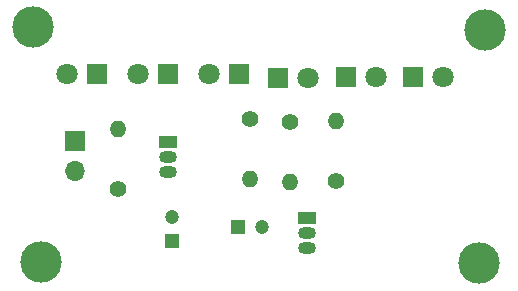
<source format=gbr>
%TF.GenerationSoftware,KiCad,Pcbnew,(5.1.12)-1*%
%TF.CreationDate,2023-08-23T15:32:20+05:30*%
%TF.ProjectId,led2,6c656432-2e6b-4696-9361-645f70636258,rev?*%
%TF.SameCoordinates,Original*%
%TF.FileFunction,Copper,L1,Top*%
%TF.FilePolarity,Positive*%
%FSLAX46Y46*%
G04 Gerber Fmt 4.6, Leading zero omitted, Abs format (unit mm)*
G04 Created by KiCad (PCBNEW (5.1.12)-1) date 2023-08-23 15:32:20*
%MOMM*%
%LPD*%
G01*
G04 APERTURE LIST*
%TA.AperFunction,ComponentPad*%
%ADD10O,1.400000X1.400000*%
%TD*%
%TA.AperFunction,ComponentPad*%
%ADD11C,1.400000*%
%TD*%
%TA.AperFunction,ComponentPad*%
%ADD12R,1.500000X1.050000*%
%TD*%
%TA.AperFunction,ComponentPad*%
%ADD13O,1.500000X1.050000*%
%TD*%
%TA.AperFunction,ComponentPad*%
%ADD14C,1.800000*%
%TD*%
%TA.AperFunction,ComponentPad*%
%ADD15R,1.800000X1.800000*%
%TD*%
%TA.AperFunction,ComponentPad*%
%ADD16C,1.200000*%
%TD*%
%TA.AperFunction,ComponentPad*%
%ADD17R,1.200000X1.200000*%
%TD*%
%TA.AperFunction,ComponentPad*%
%ADD18O,1.700000X1.700000*%
%TD*%
%TA.AperFunction,ComponentPad*%
%ADD19R,1.700000X1.700000*%
%TD*%
%TA.AperFunction,ViaPad*%
%ADD20C,3.500000*%
%TD*%
G04 APERTURE END LIST*
D10*
%TO.P,R4,2*%
%TO.N,Earth*%
X148210000Y-52950000D03*
D11*
%TO.P,R4,1*%
%TO.N,Net-(C2-Pad2)*%
X148210000Y-58030000D03*
%TD*%
D10*
%TO.P,R3,2*%
%TO.N,Earth*%
X129760000Y-53600000D03*
D11*
%TO.P,R3,1*%
%TO.N,Net-(C1-Pad2)*%
X129760000Y-58680000D03*
%TD*%
D10*
%TO.P,R2,2*%
%TO.N,Net-(C1-Pad1)*%
X144300000Y-58070000D03*
D11*
%TO.P,R2,1*%
%TO.N,Net-(D4-Pad1)*%
X144300000Y-52990000D03*
%TD*%
D10*
%TO.P,R1,2*%
%TO.N,Net-(C2-Pad1)*%
X140920000Y-57840000D03*
D11*
%TO.P,R1,1*%
%TO.N,Net-(D3-Pad1)*%
X140920000Y-52760000D03*
%TD*%
D12*
%TO.P,Q2,1*%
%TO.N,Net-(C1-Pad1)*%
X145740000Y-61130000D03*
D13*
%TO.P,Q2,3*%
%TO.N,Net-(9V1-Pad2)*%
X145740000Y-63670000D03*
%TO.P,Q2,2*%
%TO.N,Net-(C2-Pad2)*%
X145740000Y-62400000D03*
%TD*%
D12*
%TO.P,Q1,1*%
%TO.N,Net-(C2-Pad1)*%
X134040000Y-54760000D03*
D13*
%TO.P,Q1,3*%
%TO.N,Net-(9V1-Pad2)*%
X134040000Y-57300000D03*
%TO.P,Q1,2*%
%TO.N,Net-(C1-Pad2)*%
X134040000Y-56030000D03*
%TD*%
D14*
%TO.P,D6,2*%
%TO.N,Earth*%
X157250000Y-49250000D03*
D15*
%TO.P,D6,1*%
%TO.N,Net-(D5-Pad2)*%
X154710000Y-49250000D03*
%TD*%
D14*
%TO.P,D5,2*%
%TO.N,Net-(D5-Pad2)*%
X151600000Y-49250000D03*
D15*
%TO.P,D5,1*%
%TO.N,Net-(D4-Pad2)*%
X149060000Y-49250000D03*
%TD*%
D14*
%TO.P,D4,2*%
%TO.N,Net-(D4-Pad2)*%
X145890000Y-49310000D03*
D15*
%TO.P,D4,1*%
%TO.N,Net-(D4-Pad1)*%
X143350000Y-49310000D03*
%TD*%
D14*
%TO.P,D3,2*%
%TO.N,Net-(D2-Pad1)*%
X137460000Y-49000000D03*
D15*
%TO.P,D3,1*%
%TO.N,Net-(D3-Pad1)*%
X140000000Y-49000000D03*
%TD*%
D14*
%TO.P,D2,2*%
%TO.N,Net-(D1-Pad1)*%
X131460000Y-49000000D03*
D15*
%TO.P,D2,1*%
%TO.N,Net-(D2-Pad1)*%
X134000000Y-49000000D03*
%TD*%
D14*
%TO.P,D1,2*%
%TO.N,Earth*%
X125460000Y-49000000D03*
D15*
%TO.P,D1,1*%
%TO.N,Net-(D1-Pad1)*%
X128000000Y-49000000D03*
%TD*%
D16*
%TO.P,C2,2*%
%TO.N,Net-(C2-Pad2)*%
X141920000Y-61890000D03*
D17*
%TO.P,C2,1*%
%TO.N,Net-(C2-Pad1)*%
X139920000Y-61890000D03*
%TD*%
D16*
%TO.P,C1,2*%
%TO.N,Net-(C1-Pad2)*%
X134310000Y-61100000D03*
D17*
%TO.P,C1,1*%
%TO.N,Net-(C1-Pad1)*%
X134310000Y-63100000D03*
%TD*%
D18*
%TO.P,9V1,2*%
%TO.N,Net-(9V1-Pad2)*%
X126170000Y-57140000D03*
D19*
%TO.P,9V1,1*%
%TO.N,Earth*%
X126170000Y-54600000D03*
%TD*%
D20*
%TO.N,*%
X122575000Y-45000000D03*
X160875000Y-45200000D03*
X160375000Y-65000000D03*
X123275000Y-64925000D03*
%TD*%
M02*

</source>
